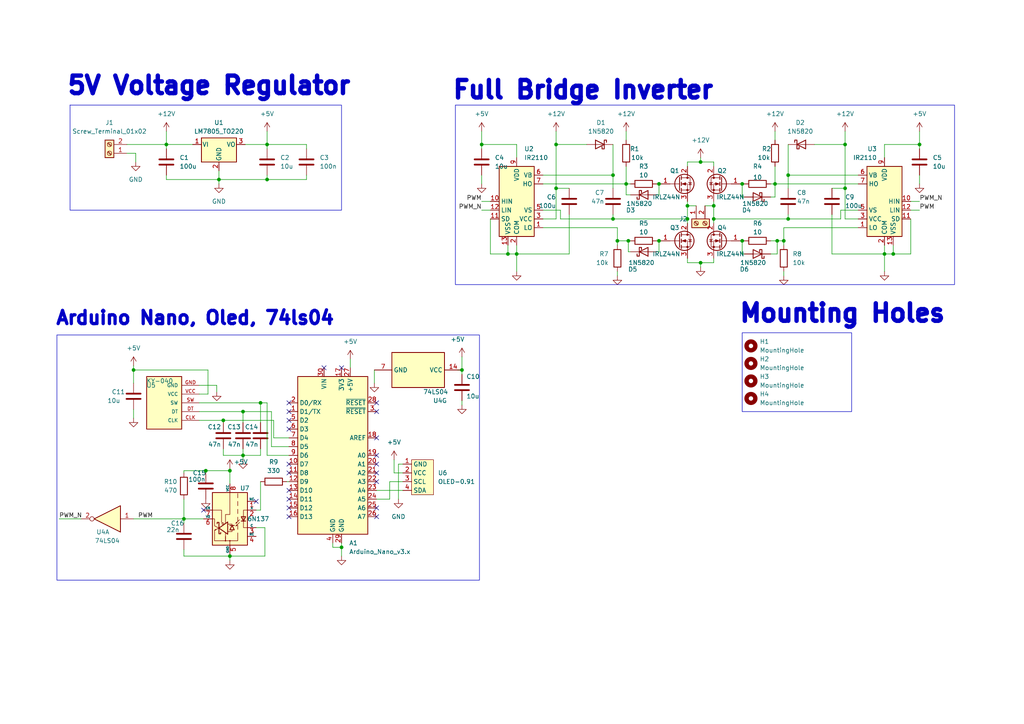
<source format=kicad_sch>
(kicad_sch (version 20231120) (generator "eeschema") (generator_version "8.0")
  (paper "A4")
  (title_block (title "Full Bridge Inverter") (rev "3") (company "Yohanes Stefanus"))
  (lib_symbols
    (symbol "74xx:74LS04"
      (property "Reference" "U" (at 0 1.27 0))
      (property "Value" "74LS04" (at 0 -1.27 0))
      (symbol "74LS04_1_0"
        (polyline (pts (xy -3.81 3.81) (xy -3.81 -3.81) (xy 3.81 0) (xy -3.81 3.81)) (stroke (width 0.254)) (fill (type background)))
        (pin input line (at -7.62 0 0) (length 3.81) (name "~") (number "1"))
        (pin output inverted (at 7.62 0 180) (length 3.81) (name "~") (number "2"))
      )
      (symbol "74LS04_2_0"
        (polyline (pts (xy -3.81 3.81) (xy -3.81 -3.81) (xy 3.81 0) (xy -3.81 3.81)) (stroke (width 0.254)) (fill (type background)))
        (pin input line (at -7.62 0 0) (length 3.81) (name "~") (number "3"))
        (pin output inverted (at 7.62 0 180) (length 3.81) (name "~") (number "4"))
      )
      (symbol "74LS04_3_0"
        (polyline (pts (xy -3.81 3.81) (xy -3.81 -3.81) (xy 3.81 0) (xy -3.81 3.81)) (stroke (width 0.254)) (fill (type background)))
        (pin input line (at -7.62 0 0) (length 3.81) (name "~") (number "5"))
        (pin output inverted (at 7.62 0 180) (length 3.81) (name "~") (number "6"))
      )
      (symbol "74LS04_4_0"
        (polyline (pts (xy -3.81 3.81) (xy -3.81 -3.81) (xy 3.81 0) (xy -3.81 3.81)) (stroke (width 0.254)) (fill (type background)))
        (pin output inverted (at 7.62 0 180) (length 3.81) (name "~") (number "8"))
        (pin input line (at -7.62 0 0) (length 3.81) (name "~") (number "9"))
      )
      (symbol "74LS04_5_0"
        (polyline (pts (xy -3.81 3.81) (xy -3.81 -3.81) (xy 3.81 0) (xy -3.81 3.81)) (stroke (width 0.254)) (fill (type background)))
        (pin output inverted (at 7.62 0 180) (length 3.81) (name "~") (number "10"))
        (pin input line (at -7.62 0 0) (length 3.81) (name "~") (number "11"))
      )
      (symbol "74LS04_6_0"
        (polyline (pts (xy -3.81 3.81) (xy -3.81 -3.81) (xy 3.81 0) (xy -3.81 3.81)) (stroke (width 0.254)) (fill (type background)))
        (pin output inverted (at 7.62 0 180) (length 3.81) (name "~") (number "12"))
        (pin input line (at -7.62 0 0) (length 3.81) (name "~") (number "13"))
      )
      (symbol "74LS04_7_0"
        (pin power_in line (at 0 12.7 270) (length 5.08) (name "VCC") (number "14"))
        (pin power_in line (at 0 -12.7 90) (length 5.08) (name "GND") (number "7"))
      )
      (symbol "74LS04_7_1"
        (rectangle (start -5.08 7.62) (end 5.08 -7.62) (stroke (width 0.254)) (fill (type background)))
      )
    )
    (symbol "Connector:Screw_Terminal_01x02" (pin_names (offset 1.016) hide)
      (property "Reference" "J" (at 0 2.54 0))
      (property "Value" "Screw_Terminal_01x02" (at 0 -5.08 0))
      (symbol "Screw_Terminal_01x02_1_1"
        (rectangle (start -1.27 1.27) (end 1.27 -3.81) (stroke (width 0.254)) (fill (type background)))
        (circle (center 0 -2.54) (radius 0.635) (stroke (width 0.1524)))
        (polyline (pts (xy -0.5334 -2.2098) (xy 0.3302 -3.048)) (stroke (width 0.1524)))
        (polyline (pts (xy -0.5334 0.3302) (xy 0.3302 -0.508)) (stroke (width 0.1524)))
        (polyline (pts (xy -0.3556 -2.032) (xy 0.508 -2.8702)) (stroke (width 0.1524)))
        (polyline (pts (xy -0.3556 0.508) (xy 0.508 -0.3302)) (stroke (width 0.1524)))
        (circle (center 0 0) (radius 0.635) (stroke (width 0.1524)))
        (pin passive line (at -5.08 0 0) (length 3.81) (name "Pin_1") (number "1"))
        (pin passive line (at -5.08 -2.54 0) (length 3.81) (name "Pin_2") (number "2"))
      )
    )
    (symbol "Device:C" (pin_numbers hide) (pin_names (offset 0.254))
      (property "Reference" "C" (at 0.635 2.54 0))
      (property "Value" "C" (at 0.635 -2.54 0))
      (symbol "C_0_1"
        (polyline (pts (xy -2.032 -0.762) (xy 2.032 -0.762)) (stroke (width 0.508)))
        (polyline (pts (xy -2.032 0.762) (xy 2.032 0.762)) (stroke (width 0.508)))
      )
      (symbol "C_1_1"
        (pin passive line (at 0 3.81 270) (length 2.794) (name "~") (number "1"))
        (pin passive line (at 0 -3.81 90) (length 2.794) (name "~") (number "2"))
      )
    )
    (symbol "Device:R" (pin_numbers hide) (pin_names (offset 0))
      (property "Reference" "R" (at 2.032 0 90))
      (property "Value" "R" (at 0 0 90))
      (symbol "R_0_1"
        (rectangle (start -1.016 -2.54) (end 1.016 2.54) (stroke (width 0.254)))
      )
      (symbol "R_1_1"
        (pin passive line (at 0 3.81 270) (length 1.27) (name "~") (number "1"))
        (pin passive line (at 0 -3.81 90) (length 1.27) (name "~") (number "2"))
      )
    )
    (symbol "Diode:1N5820" (pin_numbers hide) (pin_names (offset 1.016) hide)
      (property "Reference" "D" (at 0 2.54 0))
      (property "Value" "1N5820" (at 0 -2.54 0))
      (symbol "1N5820_0_1"
        (polyline (pts (xy 1.27 0) (xy -1.27 0)))
        (polyline (pts (xy 1.27 1.27) (xy 1.27 -1.27) (xy -1.27 0) (xy 1.27 1.27)) (stroke (width 0.254)))
        (polyline (pts (xy -1.905 0.635) (xy -1.905 1.27) (xy -1.27 1.27) (xy -1.27 -1.27) (xy -0.635 -1.27) (xy -0.635 -0.635)) (stroke (width 0.254)))
      )
      (symbol "1N5820_1_1"
        (pin passive line (at -3.81 0 0) (length 2.54) (name "K") (number "1"))
        (pin passive line (at 3.81 0 180) (length 2.54) (name "A") (number "2"))
      )
    )
    (symbol "Driver_FET:IR2110"
      (property "Reference" "U" (at 1.27 13.335 0))
      (property "Value" "IR2110" (at 1.27 11.43 0))
      (symbol "IR2110_0_1"
        (rectangle (start -5.08 -10.16) (end 5.08 10.16) (stroke (width 0.254)) (fill (type background)))
      )
      (symbol "IR2110_1_1"
        (pin output line (at 7.62 -7.62 180) (length 2.54) (name "LO") (number "1"))
        (pin input line (at -7.62 0 0) (length 2.54) (name "HIN") (number "10"))
        (pin input line (at -7.62 -5.08 0) (length 2.54) (name "SD") (number "11"))
        (pin input line (at -7.62 -2.54 0) (length 2.54) (name "LIN") (number "12"))
        (pin power_in line (at -2.54 -12.7 90) (length 2.54) (name "VSS") (number "13"))
        (pin no_connect line (at -5.08 2.54 0) (length 2.54) hide (name "NC") (number "14"))
        (pin power_in line (at 0 -12.7 90) (length 2.54) (name "COM") (number "2"))
        (pin power_in line (at 7.62 -5.08 180) (length 2.54) (name "VCC") (number "3"))
        (pin no_connect line (at -5.08 7.62 0) (length 2.54) hide (name "NC") (number "4"))
        (pin passive line (at 7.62 -2.54 180) (length 2.54) (name "VS") (number "5"))
        (pin passive line (at 7.62 7.62 180) (length 2.54) (name "VB") (number "6"))
        (pin output line (at 7.62 5.08 180) (length 2.54) (name "HO") (number "7"))
        (pin no_connect line (at -5.08 5.08 0) (length 2.54) hide (name "NC") (number "8"))
        (pin power_in line (at 0 12.7 270) (length 2.54) (name "VDD") (number "9"))
      )
    )
    (symbol "Isolator:6N137" (pin_names (offset 0))
      (property "Reference" "U" (at -4.064 8.89 0))
      (property "Value" "6N137" (at 0 -8.89 0))
      (symbol "6N137_0_1"
        (polyline (pts (xy 0 -6.35) (xy -2.286 -6.35) (xy -2.286 -4.064)))
        (polyline (pts (xy -5.08 -2.54) (xy -3.937 -2.54) (xy -3.937 2.54) (xy -5.08 2.54)))
        (polyline (pts (xy 1.27 -5.08) (xy 1.27 -6.35) (xy 0 -6.35) (xy 0 -7.62)))
        (polyline (pts (xy 3.175 -2.667) (xy 0.635 -4.445) (xy 0.635 -0.889) (xy 3.175 -2.667)) (stroke (width 0.254)))
        (polyline (pts (xy -2.794 -1.016) (xy -1.717 -2.093) (xy -2.076 -1.914) (xy -1.896 -1.734) (xy -1.717 -2.093)))
        (polyline (pts (xy -2.794 -0.254) (xy -1.717 -1.331) (xy -2.076 -1.152) (xy -1.896 -0.972) (xy -1.717 -1.331)))
      )
      (symbol "6N137_1_1"
        (rectangle (start -5.08 7.62) (end 5.08 -7.62) (stroke (width 0.254)) (fill (type background)))
        (circle (center 0 -6.35) (radius 0.127) (fill (type outline)))
        (polyline (pts (xy -4.572 -0.635) (xy -3.302 -0.635)) (stroke (width 0.254)))
        (polyline (pts (xy -2.286 -1.778) (xy -2.286 -3.048)))
        (polyline (pts (xy -2.286 0.508) (xy -2.286 -0.762)))
        (polyline (pts (xy -2.286 2.794) (xy -2.286 1.524)))
        (polyline (pts (xy -2.286 5.08) (xy -2.286 3.81)))
        (polyline (pts (xy -2.286 7.366) (xy -2.286 6.096)))
        (polyline (pts (xy -1.27 -1.905) (xy 0 -1.905)) (stroke (width 0.254)))
        (polyline (pts (xy -0.635 -3.302) (xy -0.635 -3.683) (xy 0.635 -3.683)))
        (polyline (pts (xy -0.635 -1.905) (xy -0.635 -1.524) (xy 0.508 -1.524)))
        (polyline (pts (xy 1.27 -4.064) (xy 1.27 -6.35) (xy 4.445 -6.35)))
        (polyline (pts (xy 3.175 -2.667) (xy 4.445 -3.302) (xy 4.445 -6.35)))
        (polyline (pts (xy -3.937 -0.635) (xy -4.572 0.635) (xy -3.302 0.635) (xy -3.937 -0.635)) (stroke (width 0.254)))
        (polyline (pts (xy -0.635 -1.905) (xy -1.27 -3.175) (xy 0 -3.175) (xy -0.635 -1.905)) (stroke (width 0.254)))
        (polyline (pts (xy 1.27 -1.27) (xy 1.27 1.27) (xy 0 1.27) (xy 0 7.62)))
        (polyline (pts (xy 2.1844 -1.1684) (xy 2.413 -0.889) (xy 2.413 2.54) (xy 5.08 2.54)))
        (polyline (pts (xy 3.175 -2.667) (xy 3.175 -4.318) (xy 2.667 -4.318) (xy 2.667 -3.937)) (stroke (width 0.254)))
        (polyline (pts (xy 3.175 -2.667) (xy 3.175 -1.016) (xy 3.683 -1.016) (xy 3.683 -1.397)) (stroke (width 0.254)))
        (polyline (pts (xy 3.175 -2.667) (xy 4.445 -2.032) (xy 4.445 0) (xy 5.08 0)))
        (polyline (pts (xy 4.445 -3.302) (xy 4.161 -3.018) (xy 4.047 -3.246) (xy 4.445 -3.302)) (stroke (width 0.127)) (fill (type outline)))
        (circle (center 1.27 -6.35) (radius 0.127) (fill (type outline)))
        (circle (center 2.032 -1.397) (radius 0.254))
        (pin passive line (at -7.62 5.08 0) (length 2.54) (name "NC") (number "1"))
        (pin passive line (at -7.62 2.54 0) (length 2.54) (name "A") (number "2"))
        (pin passive line (at -7.62 -2.54 0) (length 2.54) (name "C") (number "3"))
        (pin passive line (at -7.62 -5.08 0) (length 2.54) (name "NC") (number "4"))
        (pin power_in line (at 0 -10.16 90) (length 2.54) (name "GND") (number "5"))
        (pin open_collector line (at 7.62 0 180) (length 2.54) (name "VO") (number "6"))
        (pin input line (at 7.62 2.54 180) (length 2.54) (name "EN") (number "7"))
        (pin power_in line (at 0 10.16 270) (length 2.54) (name "VCC") (number "8"))
      )
    )
    (symbol "KY-040:KY-040" (pin_names (offset 1.016))
      (property "Reference" "U" (at -5.08 10.16 0))
      (property "Value" "KY-040" (at -5.08 -12.7 0))
      (symbol "KY-040_0_0"
        (rectangle (start -5.08 -7.62) (end 5.08 7.62) (stroke (width 0.254)) (fill (type background)))
        (pin output line (at -10.16 5.08 0) (length 5.08) (name "CLK") (number "CLK"))
        (pin output line (at -10.16 2.54 0) (length 5.08) (name "DT") (number "DT"))
        (pin power_in line (at -10.16 -5.08 0) (length 5.08) (name "GND") (number "GND"))
        (pin output line (at -10.16 0 0) (length 5.08) (name "SW") (number "SW"))
        (pin power_in line (at -10.16 -2.54 0) (length 5.08) (name "VCC") (number "VCC"))
      )
    )
    (symbol "MCU_Module:Arduino_Nano_v3.x"
      (property "Reference" "A" (at -10.16 23.495 0))
      (property "Value" "Arduino_Nano_v3.x" (at 5.08 -24.13 0))
      (symbol "Arduino_Nano_v3.x_0_1"
        (rectangle (start -10.16 22.86) (end 10.16 -22.86) (stroke (width 0.254)) (fill (type background)))
      )
      (symbol "Arduino_Nano_v3.x_1_1"
        (pin bidirectional line (at -12.7 12.7 0) (length 2.54) (name "D1/TX") (number "1"))
        (pin bidirectional line (at -12.7 -2.54 0) (length 2.54) (name "D7") (number "10"))
        (pin bidirectional line (at -12.7 -5.08 0) (length 2.54) (name "D8") (number "11"))
        (pin bidirectional line (at -12.7 -7.62 0) (length 2.54) (name "D9") (number "12"))
        (pin bidirectional line (at -12.7 -10.16 0) (length 2.54) (name "D10") (number "13"))
        (pin bidirectional line (at -12.7 -12.7 0) (length 2.54) (name "D11") (number "14"))
        (pin bidirectional line (at -12.7 -15.24 0) (length 2.54) (name "D12") (number "15"))
        (pin bidirectional line (at -12.7 -17.78 0) (length 2.54) (name "D13") (number "16"))
        (pin power_out line (at 2.54 25.4 270) (length 2.54) (name "3V3") (number "17"))
        (pin input line (at 12.7 5.08 180) (length 2.54) (name "AREF") (number "18"))
        (pin bidirectional line (at 12.7 0 180) (length 2.54) (name "A0") (number "19"))
        (pin bidirectional line (at -12.7 15.24 0) (length 2.54) (name "D0/RX") (number "2"))
        (pin bidirectional line (at 12.7 -2.54 180) (length 2.54) (name "A1") (number "20"))
        (pin bidirectional line (at 12.7 -5.08 180) (length 2.54) (name "A2") (number "21"))
        (pin bidirectional line (at 12.7 -7.62 180) (length 2.54) (name "A3") (number "22"))
        (pin bidirectional line (at 12.7 -10.16 180) (length 2.54) (name "A4") (number "23"))
        (pin bidirectional line (at 12.7 -12.7 180) (length 2.54) (name "A5") (number "24"))
        (pin bidirectional line (at 12.7 -15.24 180) (length 2.54) (name "A6") (number "25"))
        (pin bidirectional line (at 12.7 -17.78 180) (length 2.54) (name "A7") (number "26"))
        (pin power_out line (at 5.08 25.4 270) (length 2.54) (name "+5V") (number "27"))
        (pin input line (at 12.7 15.24 180) (length 2.54) (name "~{RESET}") (number "28"))
        (pin power_in line (at 2.54 -25.4 90) (length 2.54) (name "GND") (number "29"))
        (pin input line (at 12.7 12.7 180) (length 2.54) (name "~{RESET}") (number "3"))
        (pin power_in line (at -2.54 25.4 270) (length 2.54) (name "VIN") (number "30"))
        (pin power_in line (at 0 -25.4 90) (length 2.54) (name "GND") (number "4"))
        (pin bidirectional line (at -12.7 10.16 0) (length 2.54) (name "D2") (number "5"))
        (pin bidirectional line (at -12.7 7.62 0) (length 2.54) (name "D3") (number "6"))
        (pin bidirectional line (at -12.7 5.08 0) (length 2.54) (name "D4") (number "7"))
        (pin bidirectional line (at -12.7 2.54 0) (length 2.54) (name "D5") (number "8"))
        (pin bidirectional line (at -12.7 0 0) (length 2.54) (name "D6") (number "9"))
      )
    )
    (symbol "Mechanical:MountingHole" (pin_names (offset 1.016))
      (property "Reference" "H" (at 0 5.08 0))
      (property "Value" "MountingHole" (at 0 3.175 0))
      (symbol "MountingHole_0_1"
        (circle (center 0 0) (radius 1.27) (stroke (width 1.27)))
      )
    )
    (symbol "Regulator_Linear:LM7805_TO220" (pin_names (offset 0.254))
      (property "Reference" "U" (at -3.81 3.175 0))
      (property "Value" "LM7805_TO220" (at 0 3.175 0))
      (symbol "LM7805_TO220_0_1"
        (rectangle (start -5.08 1.905) (end 5.08 -5.08) (stroke (width 0.254)) (fill (type background)))
      )
      (symbol "LM7805_TO220_1_1"
        (pin power_in line (at -7.62 0 0) (length 2.54) (name "VI") (number "1"))
        (pin power_in line (at 0 -7.62 90) (length 2.54) (name "GND") (number "2"))
        (pin power_out line (at 7.62 0 180) (length 2.54) (name "VO") (number "3"))
      )
    )
    (symbol "SSD1306-0.91-OLED-4pin-128x32:OLED-0.91"
      (property "Reference" "U?" (at -5.08 1.27 0))
      (property "Value" "OLED-0.91" (at -1.27 3.81 0))
      (symbol "OLED-0.91_1_1"
        (rectangle (start -6.35 0) (end 0 -10.16) (fill (type background)))
        (pin bidirectional line (at -8.89 -1.27 0) (length 2.54) (name "GND") (number "1"))
        (pin bidirectional line (at -8.89 -3.81 0) (length 2.54) (name "VCC") (number "2"))
        (pin bidirectional line (at -8.89 -6.35 0) (length 2.54) (name "SCL") (number "3"))
        (pin bidirectional line (at -8.89 -8.89 0) (length 2.54) (name "SDA") (number "4"))
      )
    )
    (symbol "Transistor_FET:IRLZ44N" (pin_names hide)
      (property "Reference" "Q" (at 5.08 1.905 0))
      (property "Value" "IRLZ44N" (at 5.08 0 0))
      (symbol "IRLZ44N_0_1"
        (polyline (pts (xy 0.254 0) (xy -2.54 0)))
        (polyline (pts (xy 0.254 1.905) (xy 0.254 -1.905)) (stroke (width 0.254)))
        (polyline (pts (xy 0.762 -1.27) (xy 0.762 -2.286)) (stroke (width 0.254)))
        (polyline (pts (xy 0.762 0.508) (xy 0.762 -0.508)) (stroke (width 0.254)))
        (polyline (pts (xy 0.762 2.286) (xy 0.762 1.27)) (stroke (width 0.254)))
        (polyline (pts (xy 2.54 2.54) (xy 2.54 1.778)))
        (polyline (pts (xy 2.54 -2.54) (xy 2.54 0) (xy 0.762 0)))
        (polyline (pts (xy 0.762 -1.778) (xy 3.302 -1.778) (xy 3.302 1.778) (xy 0.762 1.778)))
        (polyline (pts (xy 1.016 0) (xy 2.032 0.381) (xy 2.032 -0.381) (xy 1.016 0)) (fill (type outline)))
        (polyline (pts (xy 2.794 0.508) (xy 2.921 0.381) (xy 3.683 0.381) (xy 3.81 0.254)))
        (polyline (pts (xy 3.302 0.381) (xy 2.921 -0.254) (xy 3.683 -0.254) (xy 3.302 0.381)))
        (circle (center 1.651 0) (radius 2.794) (stroke (width 0.254)))
        (circle (center 2.54 -1.778) (radius 0.254) (fill (type outline)))
        (circle (center 2.54 1.778) (radius 0.254) (fill (type outline)))
      )
      (symbol "IRLZ44N_1_1"
        (pin input line (at -5.08 0 0) (length 2.54) (name "G") (number "1"))
        (pin passive line (at 2.54 5.08 270) (length 2.54) (name "D") (number "2"))
        (pin passive line (at 2.54 -5.08 90) (length 2.54) (name "S") (number "3"))
      )
    )
    (symbol "power:+12V" (power) (pin_names (offset 0))
      (property "Value" "+12V" (at 0 3.556 0))
      (symbol "+12V_0_1"
        (polyline (pts (xy -0.762 1.27) (xy 0 2.54)))
        (polyline (pts (xy 0 0) (xy 0 2.54)))
        (polyline (pts (xy 0 2.54) (xy 0.762 1.27)))
      )
      (symbol "+12V_1_1"
        (pin power_in line (at 0 0 90) (length 0) hide (name "+12V") (number "1"))
      )
    )
    (symbol "power:+5V" (power) (pin_names (offset 0))
      (property "Value" "+5V" (at 0 3.556 0))
      (symbol "+5V_0_1"
        (polyline (pts (xy -0.762 1.27) (xy 0 2.54)))
        (polyline (pts (xy 0 0) (xy 0 2.54)))
        (polyline (pts (xy 0 2.54) (xy 0.762 1.27)))
      )
      (symbol "+5V_1_1"
        (pin power_in line (at 0 0 90) (length 0) hide (name "+5V") (number "1"))
      )
    )
    (symbol "power:GND" (power) (pin_names (offset 0))
      (property "Value" "GND" (at 0 -3.81 0))
      (symbol "GND_0_1"
        (polyline (pts (xy 0 0) (xy 0 -1.27) (xy 1.27 -1.27) (xy 0 -2.54) (xy -1.27 -1.27) (xy 0 -1.27)))
      )
      (symbol "GND_1_1"
        (pin power_in line (at 0 0 270) (length 0) hide (name "GND") (number "1"))
      )
    )
  )
  (junction (at 245.11 54.61))
  (junction (at 203.2 46.99))
  (junction (at 66.675 161.29))
  (junction (at 77.47 52.07))
  (junction (at 70.485 119.38))
  (junction (at 59.69 136.525))
  (junction (at 48.26 41.91))
  (junction (at 227.33 69.85))
  (junction (at 181.61 53.34))
  (junction (at 203.2 76.2))
  (junction (at 161.29 41.91))
  (junction (at 228.6 63.5))
  (junction (at 177.8 50.8))
  (junction (at 77.47 41.91))
  (junction (at 70.485 132.08))
  (junction (at 139.7 41.91))
  (junction (at 259.08 73.66))
  (junction (at 228.6 50.8))
  (junction (at 225.425 69.85))
  (junction (at 147.32 73.66))
  (junction (at 53.34 150.495))
  (junction (at 191.135 69.85))
  (junction (at 207.01 59.69))
  (junction (at 177.8 63.5))
  (junction (at 66.675 136.525))
  (junction (at 99.06 158.75))
  (junction (at 182.245 69.85))
  (junction (at 75.565 116.84))
  (junction (at 63.5 52.07))
  (junction (at 149.86 73.66))
  (junction (at 224.79 53.34))
  (junction (at 266.7 41.91))
  (junction (at 207.01 63.5))
  (junction (at 199.39 63.5))
  (junction (at 256.54 73.66))
  (junction (at 215.265 53.34))
  (junction (at 64.77 121.92))
  (junction (at 179.07 69.85))
  (junction (at 38.735 107.315))
  (junction (at 245.11 41.91))
  (junction (at 133.985 107.315))
  (junction (at 199.39 59.69))
  (junction (at 161.29 54.61))
  (junction (at 215.265 69.85))
  (junction (at 191.135 53.34))
  (no_connect (at 109.22 139.7))
  (no_connect (at 109.22 137.16))
  (no_connect (at 99.06 106.68))
  (no_connect (at 83.82 134.62))
  (no_connect (at 109.22 149.86))
  (no_connect (at 109.22 134.62))
  (no_connect (at 83.82 147.32))
  (no_connect (at 59.055 147.955))
  (no_connect (at 83.82 124.46))
  (no_connect (at 109.22 132.08))
  (no_connect (at 83.82 119.38))
  (no_connect (at 109.22 119.38))
  (no_connect (at 83.82 137.16))
  (no_connect (at 83.82 142.24))
  (no_connect (at 83.82 116.84))
  (no_connect (at 83.82 144.78))
  (no_connect (at 109.22 116.84))
  (no_connect (at 74.295 145.415))
  (no_connect (at 83.82 121.92))
  (no_connect (at 83.82 149.86))
  (no_connect (at 93.98 106.68))
  (no_connect (at 109.22 147.32))
  (no_connect (at 109.22 127))
  (wire (pts (xy 182.245 69.85) (xy 179.07 69.85)))
  (wire (pts (xy 142.24 60.96) (xy 139.7 60.96)))
  (wire (pts (xy 177.8 50.8) (xy 177.8 54.61)))
  (wire (pts (xy 256.54 41.91) (xy 266.7 41.91)))
  (wire (pts (xy 177.8 50.8) (xy 157.48 50.8)))
  (wire (pts (xy 199.39 59.69) (xy 199.39 63.5)))
  (wire (pts (xy 223.52 73.66) (xy 225.425 73.66)))
  (wire (pts (xy 70.485 132.08) (xy 70.485 133.35)))
  (wire (pts (xy 132.715 107.315) (xy 133.985 107.315)))
  (wire (pts (xy 48.26 50.8) (xy 48.26 52.07)))
  (wire (pts (xy 149.86 41.91) (xy 139.7 41.91)))
  (wire (pts (xy 48.26 52.07) (xy 63.5 52.07)))
  (wire (pts (xy 207.01 74.93) (xy 207.01 76.2)))
  (wire (pts (xy 114.3 133.35) (xy 114.3 137.16)))
  (wire (pts (xy 78.74 129.54) (xy 83.82 129.54)))
  (wire (pts (xy 199.39 48.26) (xy 199.39 46.99)))
  (wire (pts (xy 83.185 139.7) (xy 83.82 139.7)))
  (wire (pts (xy 142.24 73.66) (xy 147.32 73.66)))
  (wire (pts (xy 225.425 73.66) (xy 225.425 69.85)))
  (wire (pts (xy 241.3 73.66) (xy 256.54 73.66)))
  (wire (pts (xy 215.265 53.34) (xy 215.9 53.34)))
  (wire (pts (xy 199.39 58.42) (xy 199.39 59.69)))
  (wire (pts (xy 215.265 73.66) (xy 215.265 69.85)))
  (wire (pts (xy 63.5 52.07) (xy 63.5 53.34)))
  (wire (pts (xy 74.295 153.035) (xy 76.835 153.035)))
  (wire (pts (xy 165.1 73.66) (xy 149.86 73.66)))
  (wire (pts (xy 191.135 53.34) (xy 191.135 56.515)))
  (wire (pts (xy 161.29 38.1) (xy 161.29 41.91)))
  (wire (pts (xy 147.32 71.12) (xy 147.32 73.66)))
  (wire (pts (xy 161.29 41.91) (xy 161.29 54.61)))
  (wire (pts (xy 228.6 41.91) (xy 228.6 50.8)))
  (wire (pts (xy 199.39 63.5) (xy 177.8 63.5)))
  (wire (pts (xy 199.39 74.93) (xy 199.39 76.2)))
  (wire (pts (xy 139.7 43.18) (xy 139.7 41.91)))
  (wire (pts (xy 264.16 60.96) (xy 266.7 60.96)))
  (wire (pts (xy 256.54 41.91) (xy 256.54 45.72)))
  (wire (pts (xy 256.54 71.12) (xy 256.54 73.66)))
  (wire (pts (xy 75.565 132.08) (xy 70.485 132.08)))
  (wire (pts (xy 63.5 49.53) (xy 63.5 52.07)))
  (wire (pts (xy 57.785 121.92) (xy 64.77 121.92)))
  (wire (pts (xy 83.82 132.08) (xy 77.47 132.08)))
  (wire (pts (xy 71.12 41.91) (xy 77.47 41.91)))
  (wire (pts (xy 70.485 119.38) (xy 78.74 119.38)))
  (wire (pts (xy 236.22 41.91) (xy 245.11 41.91)))
  (wire (pts (xy 149.86 41.91) (xy 149.86 45.72)))
  (wire (pts (xy 133.985 103.505) (xy 133.985 107.315)))
  (wire (pts (xy 99.06 158.75) (xy 99.06 161.29)))
  (wire (pts (xy 214.63 69.85) (xy 215.265 69.85)))
  (wire (pts (xy 75.565 130.175) (xy 75.565 132.08)))
  (wire (pts (xy 133.985 116.205) (xy 133.985 117.475)))
  (wire (pts (xy 109.22 142.24) (xy 116.84 142.24)))
  (wire (pts (xy 199.39 46.99) (xy 203.2 46.99)))
  (wire (pts (xy 179.07 71.12) (xy 179.07 69.85)))
  (wire (pts (xy 256.54 73.66) (xy 256.54 78.74)))
  (wire (pts (xy 149.86 71.12) (xy 149.86 73.66)))
  (wire (pts (xy 139.7 38.1) (xy 139.7 41.91)))
  (wire (pts (xy 53.34 137.16) (xy 53.34 136.525)))
  (wire (pts (xy 88.9 43.18) (xy 88.9 41.91)))
  (wire (pts (xy 38.735 106.045) (xy 38.735 107.315)))
  (wire (pts (xy 199.39 59.69) (xy 201.93 59.69)))
  (wire (pts (xy 215.9 73.66) (xy 215.265 73.66)))
  (wire (pts (xy 215.9 57.15) (xy 215.265 57.15)))
  (wire (pts (xy 36.83 41.91) (xy 48.26 41.91)))
  (wire (pts (xy 76.835 153.035) (xy 76.835 161.29)))
  (wire (pts (xy 77.47 41.91) (xy 77.47 43.18)))
  (wire (pts (xy 79.375 127) (xy 79.375 121.92)))
  (wire (pts (xy 77.47 41.91) (xy 88.9 41.91)))
  (wire (pts (xy 170.18 41.91) (xy 161.29 41.91)))
  (wire (pts (xy 191.135 73.025) (xy 191.135 69.85)))
  (wire (pts (xy 48.26 38.1) (xy 48.26 41.91)))
  (wire (pts (xy 264.16 63.5) (xy 264.16 73.66)))
  (wire (pts (xy 203.2 45.72) (xy 203.2 46.99)))
  (wire (pts (xy 243.84 60.96) (xy 243.84 63.5)))
  (wire (pts (xy 83.82 127) (xy 79.375 127)))
  (wire (pts (xy 215.265 69.85) (xy 215.9 69.85)))
  (wire (pts (xy 70.485 122.555) (xy 70.485 119.38)))
  (wire (pts (xy 38.735 150.495) (xy 53.34 150.495)))
  (wire (pts (xy 48.26 43.18) (xy 48.26 41.91)))
  (wire (pts (xy 182.88 69.85) (xy 182.245 69.85)))
  (wire (pts (xy 207.01 58.42) (xy 207.01 59.69)))
  (wire (pts (xy 207.01 46.99) (xy 207.01 48.26)))
  (wire (pts (xy 48.26 41.91) (xy 55.88 41.91)))
  (wire (pts (xy 259.08 71.12) (xy 259.08 73.66)))
  (wire (pts (xy 53.34 150.495) (xy 53.34 151.765)))
  (wire (pts (xy 77.47 116.84) (xy 75.565 116.84)))
  (wire (pts (xy 182.88 73.025) (xy 182.245 73.025)))
  (wire (pts (xy 227.33 66.04) (xy 248.92 66.04)))
  (wire (pts (xy 248.92 63.5) (xy 245.11 63.5)))
  (wire (pts (xy 182.88 56.515) (xy 181.61 56.515)))
  (wire (pts (xy 38.735 118.745) (xy 38.735 121.285)))
  (wire (pts (xy 162.56 63.5) (xy 177.8 63.5)))
  (wire (pts (xy 66.675 135.89) (xy 66.675 136.525)))
  (wire (pts (xy 191.77 69.85) (xy 191.135 69.85)))
  (wire (pts (xy 179.07 69.85) (xy 179.07 66.04)))
  (wire (pts (xy 223.52 69.85) (xy 225.425 69.85)))
  (wire (pts (xy 224.79 53.34) (xy 248.92 53.34)))
  (wire (pts (xy 214.63 53.34) (xy 215.265 53.34)))
  (wire (pts (xy 88.9 50.8) (xy 88.9 52.07)))
  (wire (pts (xy 224.79 48.26) (xy 224.79 53.34)))
  (wire (pts (xy 70.485 130.175) (xy 70.485 132.08)))
  (wire (pts (xy 224.79 57.15) (xy 224.79 53.34)))
  (wire (pts (xy 139.7 50.8) (xy 139.7 53.34)))
  (wire (pts (xy 264.16 58.42) (xy 266.7 58.42)))
  (wire (pts (xy 215.265 57.15) (xy 215.265 53.34)))
  (wire (pts (xy 96.52 157.48) (xy 96.52 158.75)))
  (wire (pts (xy 165.1 54.61) (xy 161.29 54.61)))
  (wire (pts (xy 203.2 46.99) (xy 207.01 46.99)))
  (wire (pts (xy 157.48 63.5) (xy 161.29 63.5)))
  (wire (pts (xy 157.48 60.96) (xy 162.56 60.96)))
  (wire (pts (xy 77.47 52.07) (xy 88.9 52.07)))
  (wire (pts (xy 75.565 122.555) (xy 75.565 116.84)))
  (wire (pts (xy 101.6 104.14) (xy 101.6 106.68)))
  (wire (pts (xy 17.145 150.495) (xy 23.495 150.495)))
  (wire (pts (xy 64.77 132.08) (xy 64.77 130.175)))
  (wire (pts (xy 78.74 119.38) (xy 78.74 129.54)))
  (wire (pts (xy 181.61 56.515) (xy 181.61 53.34)))
  (wire (pts (xy 142.24 63.5) (xy 142.24 73.66)))
  (wire (pts (xy 207.01 63.5) (xy 228.6 63.5)))
  (wire (pts (xy 243.84 63.5) (xy 228.6 63.5)))
  (wire (pts (xy 113.03 139.7) (xy 113.03 144.78)))
  (wire (pts (xy 204.47 59.69) (xy 207.01 59.69)))
  (wire (pts (xy 182.245 73.025) (xy 182.245 69.85)))
  (wire (pts (xy 162.56 60.96) (xy 162.56 63.5)))
  (wire (pts (xy 266.7 43.18) (xy 266.7 41.91)))
  (wire (pts (xy 266.7 50.8) (xy 266.7 53.34)))
  (wire (pts (xy 108.585 107.315) (xy 108.585 111.125)))
  (wire (pts (xy 59.69 136.525) (xy 59.69 137.16)))
  (wire (pts (xy 66.675 136.525) (xy 66.675 140.335)))
  (wire (pts (xy 181.61 53.34) (xy 157.48 53.34)))
  (wire (pts (xy 75.565 139.7) (xy 75.565 147.955)))
  (wire (pts (xy 77.47 38.1) (xy 77.47 41.91)))
  (wire (pts (xy 228.6 63.5) (xy 228.6 62.23)))
  (wire (pts (xy 224.79 38.1) (xy 224.79 40.64)))
  (wire (pts (xy 161.29 54.61) (xy 161.29 63.5)))
  (wire (pts (xy 70.485 132.08) (xy 64.77 132.08)))
  (wire (pts (xy 133.985 108.585) (xy 133.985 107.315)))
  (wire (pts (xy 245.11 41.91) (xy 245.11 54.61)))
  (wire (pts (xy 116.84 139.7) (xy 113.03 139.7)))
  (wire (pts (xy 241.3 62.23) (xy 241.3 73.66)))
  (wire (pts (xy 266.7 38.1) (xy 266.7 41.91)))
  (wire (pts (xy 53.34 136.525) (xy 59.69 136.525)))
  (wire (pts (xy 190.5 56.515) (xy 191.135 56.515)))
  (wire (pts (xy 228.6 50.8) (xy 248.92 50.8)))
  (wire (pts (xy 182.88 53.34) (xy 181.61 53.34)))
  (wire (pts (xy 36.83 44.45) (xy 39.37 44.45)))
  (wire (pts (xy 53.34 159.385) (xy 53.34 161.29)))
  (wire (pts (xy 63.5 52.07) (xy 77.47 52.07)))
  (wire (pts (xy 66.675 161.29) (xy 66.675 162.56)))
  (wire (pts (xy 62.865 111.76) (xy 62.865 113.665)))
  (wire (pts (xy 57.785 114.3) (xy 60.325 114.3)))
  (wire (pts (xy 181.61 38.1) (xy 181.61 40.64)))
  (wire (pts (xy 165.1 62.23) (xy 165.1 73.66)))
  (wire (pts (xy 57.785 111.76) (xy 62.865 111.76)))
  (wire (pts (xy 75.565 147.955) (xy 74.295 147.955)))
  (wire (pts (xy 227.33 69.85) (xy 227.33 66.04)))
  (wire (pts (xy 191.135 53.34) (xy 190.5 53.34)))
  (wire (pts (xy 227.33 78.74) (xy 227.33 80.01)))
  (wire (pts (xy 264.16 73.66) (xy 259.08 73.66)))
  (wire (pts (xy 191.77 53.34) (xy 191.135 53.34)))
  (wire (pts (xy 66.675 160.655) (xy 66.675 161.29)))
  (wire (pts (xy 259.08 73.66) (xy 256.54 73.66)))
  (wire (pts (xy 225.425 69.85) (xy 227.33 69.85)))
  (wire (pts (xy 179.07 66.04) (xy 157.48 66.04)))
  (wire (pts (xy 248.92 60.96) (xy 243.84 60.96)))
  (wire (pts (xy 116.84 137.16) (xy 114.3 137.16)))
  (wire (pts (xy 38.735 107.315) (xy 38.735 111.125)))
  (wire (pts (xy 53.34 144.78) (xy 53.34 150.495)))
  (wire (pts (xy 228.6 50.8) (xy 228.6 54.61)))
  (wire (pts (xy 223.52 57.15) (xy 224.79 57.15)))
  (wire (pts (xy 207.01 63.5) (xy 207.01 64.77)))
  (wire (pts (xy 142.24 58.42) (xy 139.7 58.42)))
  (wire (pts (xy 203.2 76.2) (xy 203.2 77.47)))
  (wire (pts (xy 64.77 121.92) (xy 64.77 122.555)))
  (wire (pts (xy 53.34 150.495) (xy 59.055 150.495)))
  (wire (pts (xy 245.11 38.1) (xy 245.11 41.91)))
  (wire (pts (xy 179.07 78.74) (xy 179.07 80.01)))
  (wire (pts (xy 60.325 107.315) (xy 60.325 114.3)))
  (wire (pts (xy 223.52 53.34) (xy 224.79 53.34)))
  (wire (pts (xy 77.47 116.84) (xy 77.47 132.08)))
  (wire (pts (xy 57.785 116.84) (xy 75.565 116.84)))
  (wire (pts (xy 77.47 50.8) (xy 77.47 52.07)))
  (wire (pts (xy 207.01 59.69) (xy 207.01 63.5)))
  (wire (pts (xy 199.39 63.5) (xy 199.39 64.77)))
  (wire (pts (xy 38.735 107.315) (xy 60.325 107.315)))
  (wire (pts (xy 59.69 136.525) (xy 66.675 136.525)))
  (wire (pts (xy 241.3 54.61) (xy 245.11 54.61)))
  (wire (pts (xy 39.37 44.45) (xy 39.37 46.99)))
  (wire (pts (xy 199.39 76.2) (xy 203.2 76.2)))
  (wire (pts (xy 245.11 54.61) (xy 245.11 63.5)))
  (wire (pts (xy 191.135 69.85) (xy 190.5 69.85)))
  (wire (pts (xy 181.61 48.26) (xy 181.61 53.34)))
  (wire (pts (xy 147.32 73.66) (xy 149.86 73.66)))
  (wire (pts (xy 109.22 144.78) (xy 113.03 144.78)))
  (wire (pts (xy 116.84 134.62) (xy 115.57 134.62)))
  (wire (pts (xy 79.375 121.92) (xy 64.77 121.92)))
  (wire (pts (xy 203.2 76.2) (xy 207.01 76.2)))
  (wire (pts (xy 57.785 119.38) (xy 70.485 119.38)))
  (wire (pts (xy 96.52 158.75) (xy 99.06 158.75)))
  (wire (pts (xy 115.57 134.62) (xy 115.57 144.78)))
  (wire (pts (xy 149.86 73.66) (xy 149.86 78.74)))
  (wire (pts (xy 227.33 71.12) (xy 227.33 69.85)))
  (wire (pts (xy 53.34 161.29) (xy 66.675 161.29)))
  (wire (pts (xy 66.675 161.29) (xy 76.835 161.29)))
  (wire (pts (xy 177.8 41.91) (xy 177.8 50.8)))
  (wire (pts (xy 99.06 157.48) (xy 99.06 158.75)))
  (wire (pts (xy 177.8 63.5) (xy 177.8 62.23)))
  (wire (pts (xy 190.5 73.025) (xy 191.135 73.025)))
  (rectangle (start 215.265 96.52) (end 247.015 119.38))
  (rectangle (start 20.32 30.48) (end 20.32 30.48))
  (rectangle (start 132.08 30.48) (end 276.86 82.55))
  (rectangle (start 16.51 97.155) (end 139.065 168.275))
  (rectangle (start 20.32 30.48) (end 99.06 60.96))
  (text "Arduino Nano, Oled, 74ls04" (at 15.875 94.615 0) (effects (font (size 3.81 3.81) (thickness 1.524) (bold yes)) (justify left bottom)))
  (text "Full Bridge Inverter" (at 130.81 29.21 0) (effects (font (size 5.08 5.08) (thickness 1.524) (bold yes)) (justify left bottom)))
  (text "Mounting Holes" (at 213.995 93.98 0) (effects (font (size 5.08 5.08) (thickness 1.524) (bold yes)) (justify left bottom)))
  (text "5V Voltage Regulator" (at 19.05 27.94 0) (effects (font (size 5.08 5.08) (thickness 1.524) (bold yes)) (justify left bottom)))
  (label "PWM_N" (at 139.7 60.96 180))
  (label "PWM_N" (at 17.145 150.495 0))
  (label "PWM" (at 139.7 58.42 180))
  (label "PWM" (at 40.005 150.495 0))
  (label "PWM_N" (at 266.7 58.42 0))
  (label "PWM" (at 266.7 60.96 0))
  (symbol (lib_id "74xx:74LS04") (at 121.285 107.315 270) (unit 7)
    (property "Reference" "U4" (at 127.635 116.205 90))
    (property "Value" "74LS04" (at 126.365 113.665 90))
    (property "Footprint" "Package_DIP:DIP-14_W7.62mm_Socket_LongPads" (effects (hide yes)))
    (property "Datasheet" "http://www.ti.com/lit/gpn/sn74LS04" (effects (hide yes)))
  )
  (symbol (lib_id "Regulator_Linear:LM7805_TO220") (at 63.5 41.91 0) (unit 1)
    (property "Reference" "U1" (at 63.5 35.56 0))
    (property "Value" "LM7805_TO220" (at 63.5 38.1 0))
    (property "Footprint" "Package_TO_SOT_THT:TO-220-3_Vertical" (effects (hide yes)))
    (property "Datasheet" "https://www.onsemi.cn/PowerSolutions/document/MC7800-D.PDF" (effects (hide yes)))
  )
  (symbol (lib_id "Diode:1N5820") (at 219.71 57.15 180) (unit 1)
    (property "Reference" "D4" (at 216.535 60.96 0))
    (property "Value" "1N5820" (at 219.075 59.055 0))
    (property "Footprint" "Diode_THT:D_DO-201AD_P15.24mm_Horizontal" (effects (hide yes)))
    (property "Datasheet" "http://www.vishay.com/docs/88526/1n5820.pdf" (effects (hide yes)))
  )
  (symbol (lib_id "power:+5V") (at 101.6 104.14 0) (unit 1)
    (property "Reference" "#PWR020" (effects (hide yes)))
    (property "Value" "+5V" (at 101.6 99.06 0))
  )
  (symbol (lib_id "Device:C") (at 241.3 58.42 0) (unit 1)
    (property "Reference" "C9" (at 245.11 57.15 0) (effects (justify left)))
    (property "Value" "100u" (at 245.11 59.69 0) (effects (justify left)))
    (property "Footprint" "Capacitor_THT:C_Radial_D8.0mm_H11.5mm_P3.50mm" (effects (hide yes)))
  )
  (symbol (lib_id "power:+12V") (at 224.79 38.1 0) (unit 1)
    (property "Reference" "#PWR06" (effects (hide yes)))
    (property "Value" "+12V" (at 224.79 33.02 0))
  )
  (symbol (lib_id "Device:C") (at 77.47 46.99 0) (unit 1)
    (property "Reference" "C2" (at 81.28 45.72 0) (effects (justify left)))
    (property "Value" "10u" (at 81.28 48.26 0) (effects (justify left)))
    (property "Footprint" "Capacitor_THT:C_Radial_D5.0mm_H11.0mm_P2.00mm" (effects (hide yes)))
  )
  (symbol (lib_id "Device:C") (at 64.77 126.365 0) (mirror y) (unit 1)
    (property "Reference" "C12" (at 64.135 123.825 0) (effects (justify left)))
    (property "Value" "47n" (at 64.135 128.905 0) (effects (justify left)))
    (property "Footprint" "Capacitor_THT:C_Disc_D4.3mm_W1.9mm_P5.00mm" (effects (hide yes)))
  )
  (symbol (lib_id "Device:C") (at 53.34 155.575 0) (unit 1)
    (property "Reference" "C16" (at 49.53 151.765 0) (effects (justify left)))
    (property "Value" "22n" (at 48.26 153.67 0) (effects (justify left)))
    (property "Footprint" "Capacitor_THT:C_Disc_D4.3mm_W1.9mm_P5.00mm" (effects (hide yes)))
  )
  (symbol (lib_id "Connector:Screw_Terminal_01x02") (at 31.75 44.45 180) (unit 1)
    (property "Reference" "J1" (at 31.75 35.56 0))
    (property "Value" "Screw_Terminal_01x02" (at 31.75 38.1 0))
    (property "Footprint" "HB9500:HB9500" (effects (hide yes)))
  )
  (symbol (lib_id "Device:C") (at 177.8 58.42 0) (mirror y) (unit 1)
    (property "Reference" "C7" (at 175.26 55.88 0) (effects (justify left)))
    (property "Value" "47n" (at 175.26 58.42 0) (effects (justify left)))
    (property "Footprint" "Capacitor_THT:C_Disc_D3.0mm_W1.6mm_P2.50mm" (effects (hide yes)))
  )
  (symbol (lib_id "Device:C") (at 165.1 58.42 0) (mirror y) (unit 1)
    (property "Reference" "C6" (at 161.29 57.15 0) (effects (justify left)))
    (property "Value" "100u" (at 161.29 59.69 0) (effects (justify left)))
    (property "Footprint" "Capacitor_THT:C_Radial_D8.0mm_H11.5mm_P3.50mm" (effects (hide yes)))
  )
  (symbol (lib_id "power:+5V") (at 38.735 106.045 0) (unit 1)
    (property "Reference" "#PWR021" (effects (hide yes)))
    (property "Value" "+5V" (at 38.735 100.965 0))
  )
  (symbol (lib_id "power:GND") (at 227.33 80.01 0) (unit 1)
    (property "Reference" "#PWR018" (effects (hide yes)))
    (property "Value" "GND" (effects (hide yes)))
  )
  (symbol (lib_id "Connector:Screw_Terminal_01x02") (at 201.93 64.77 90) (mirror x) (unit 1)
    (property "Reference" "J2" (at 199.39 63.5 90) (effects (justify left)))
    (property "Value" "Screw_Terminal_01x02" (effects (hide yes)))
    (property "Footprint" "HB9500:HB9500" (effects (hide yes)))
  )
  (symbol (lib_id "power:+5V") (at 114.3 133.35 0) (unit 1)
    (property "Reference" "#PWR027" (effects (hide yes)))
    (property "Value" "+5V" (at 114.3 128.27 0))
  )
  (symbol (lib_id "power:+12V") (at 181.61 38.1 0) (mirror y) (unit 1)
    (property "Reference" "#PWR05" (effects (hide yes)))
    (property "Value" "+12V" (at 181.61 33.02 0))
  )
  (symbol (lib_id "power:GND") (at 133.985 117.475 0) (unit 1)
    (property "Reference" "#PWR024" (effects (hide yes)))
    (property "Value" "GND" (effects (hide yes)))
  )
  (symbol (lib_id "power:GND") (at 66.675 162.56 0) (unit 1)
    (property "Reference" "#PWR032" (effects (hide yes)))
    (property "Value" "GND" (effects (hide yes)))
  )
  (symbol (lib_id "Device:C") (at 228.6 58.42 0) (unit 1)
    (property "Reference" "C8" (at 231.14 55.88 0) (effects (justify left)))
    (property "Value" "47n" (at 231.14 58.42 0) (effects (justify left)))
    (property "Footprint" "Capacitor_THT:C_Disc_D3.0mm_W1.6mm_P2.50mm" (effects (hide yes)))
  )
  (symbol (lib_id "power:GND") (at 266.7 53.34 0) (unit 1)
    (property "Reference" "#PWR013" (effects (hide yes)))
    (property "Value" "GND" (effects (hide yes)))
  )
  (symbol (lib_id "Mechanical:MountingHole") (at 217.805 105.41 0) (unit 1)
    (property "Reference" "H2" (at 220.345 104.14 0) (effects (justify left)))
    (property "Value" "MountingHole" (at 220.345 106.68 0) (effects (justify left)))
    (property "Footprint" "MountingHole:MountingHole_3.2mm_M3_DIN965" (effects (hide yes)))
  )
  (symbol (lib_id "74xx:74LS04") (at 31.115 150.495 180) (unit 1)
    (property "Reference" "U4" (at 29.845 154.305 0))
    (property "Value" "74LS04" (at 31.115 156.845 0))
    (property "Footprint" "Package_DIP:DIP-14_W7.62mm_Socket_LongPads" (effects (hide yes)))
    (property "Datasheet" "http://www.ti.com/lit/gpn/sn74LS04" (effects (hide yes)))
  )
  (symbol (lib_id "Device:C") (at 48.26 46.99 0) (unit 1)
    (property "Reference" "C1" (at 52.07 45.72 0) (effects (justify left)))
    (property "Value" "100u" (at 52.07 48.26 0) (effects (justify left)))
    (property "Footprint" "Capacitor_THT:C_Radial_D8.0mm_H11.5mm_P3.50mm" (effects (hide yes)))
  )
  (symbol (lib_id "Transistor_FET:IRLZ44N") (at 196.85 53.34 0) (unit 1)
    (property "Reference" "Q1" (at 194.31 49.53 0) (effects (justify left)))
    (property "Value" "IRLZ44N" (at 189.23 57.15 0) (effects (justify left)))
    (property "Footprint" "Package_TO_SOT_THT:TO-220-3_Vertical" (effects (hide yes)))
    (property "Datasheet" "http://www.irf.com/product-info/datasheets/data/irlz44n.pdf" (effects (hide yes)))
  )
  (symbol (lib_id "power:+5V") (at 139.7 38.1 0) (mirror y) (unit 1)
    (property "Reference" "#PWR03" (effects (hide yes)))
    (property "Value" "+5V" (at 139.7 33.02 0))
  )
  (symbol (lib_id "Device:R") (at 224.79 44.45 180) (unit 1)
    (property "Reference" "R2" (at 220.98 43.18 0) (effects (justify right)))
    (property "Value" "10k" (at 219.71 45.72 0) (effects (justify right)))
    (property "Footprint" "Resistor_THT:R_Axial_DIN0411_L9.9mm_D3.6mm_P12.70mm_Horizontal" (effects (hide yes)))
  )
  (symbol (lib_id "Isolator:6N137") (at 66.675 150.495 0) (mirror y) (unit 1)
    (property "Reference" "U7" (at 72.39 141.605 0) (effects (justify left)))
    (property "Value" "6N137" (at 78.105 150.495 0) (effects (justify left)))
    (property "Footprint" "Package_DIP:DIP-8_W7.62mm" (effects (hide yes)))
    (property "Datasheet" "https://docs.broadcom.com/docs/AV02-0940EN" (effects (hide yes)))
  )
  (symbol (lib_id "Device:C") (at 38.735 114.935 0) (unit 1)
    (property "Reference" "C11" (at 32.385 113.665 0) (effects (justify left)))
    (property "Value" "10u" (at 31.115 116.205 0) (effects (justify left)))
    (property "Footprint" "Capacitor_THT:C_Radial_D5.0mm_H11.0mm_P2.00mm" (effects (hide yes)))
  )
  (symbol (lib_id "Device:C") (at 70.485 126.365 0) (mirror y) (unit 1)
    (property "Reference" "C13" (at 69.85 123.825 0) (effects (justify left)))
    (property "Value" "47n" (at 69.85 128.905 0) (effects (justify left)))
    (property "Footprint" "Capacitor_THT:C_Disc_D4.3mm_W1.9mm_P5.00mm" (effects (hide yes)))
  )
  (symbol (lib_id "power:GND") (at 63.5 53.34 0) (unit 1)
    (property "Reference" "#PWR011" (effects (hide yes)))
    (property "Value" "GND" (at 63.5 58.42 0))
  )
  (symbol (lib_id "Device:R") (at 219.71 53.34 90) (unit 1)
    (property "Reference" "R4" (at 219.71 48.26 90))
    (property "Value" "10" (at 219.71 51.435 90))
    (property "Footprint" "Resistor_THT:R_Axial_DIN0411_L9.9mm_D3.6mm_P12.70mm_Horizontal" (effects (hide yes)))
  )
  (symbol (lib_id "power:+12V") (at 48.26 38.1 0) (unit 1)
    (property "Reference" "#PWR01" (effects (hide yes)))
    (property "Value" "+12V" (at 48.26 33.02 0))
  )
  (symbol (lib_id "power:GND") (at 203.2 77.47 0) (unit 1)
    (property "Reference" "#PWR014" (effects (hide yes)))
    (property "Value" "GND" (effects (hide yes)))
  )
  (symbol (lib_id "Diode:1N5820") (at 186.69 56.515 0) (mirror x) (unit 1)
    (property "Reference" "D3" (at 182.88 60.96 0))
    (property "Value" "1N5820" (at 185.42 59.055 0))
    (property "Footprint" "Diode_THT:D_DO-201AD_P15.24mm_Horizontal" (effects (hide yes)))
    (property "Datasheet" "http://www.vishay.com/docs/88526/1n5820.pdf" (effects (hide yes)))
  )
  (symbol (lib_id "power:GND") (at 108.585 111.125 0) (unit 1)
    (property "Reference" "#PWR022" (effects (hide yes)))
    (property "Value" "GND" (effects (hide yes)))
  )
  (symbol (lib_id "power:GND") (at 139.7 53.34 0) (mirror y) (unit 1)
    (property "Reference" "#PWR012" (effects (hide yes)))
    (property "Value" "GND" (effects (hide yes)))
  )
  (symbol (lib_id "Device:R") (at 186.69 53.34 270) (mirror x) (unit 1)
    (property "Reference" "R3" (at 186.69 48.26 90))
    (property "Value" "10" (at 186.69 50.8 90))
    (property "Footprint" "Resistor_THT:R_Axial_DIN0411_L9.9mm_D3.6mm_P12.70mm_Horizontal" (effects (hide yes)))
  )
  (symbol (lib_id "Device:R") (at 219.71 69.85 90) (unit 1)
    (property "Reference" "R6" (at 219.71 64.77 90))
    (property "Value" "10" (at 219.71 67.31 90))
    (property "Footprint" "Resistor_THT:R_Axial_DIN0411_L9.9mm_D3.6mm_P12.70mm_Horizontal" (effects (hide yes)))
  )
  (symbol (lib_id "power:GND") (at 38.735 121.285 0) (unit 1)
    (property "Reference" "#PWR025" (effects (hide yes)))
    (property "Value" "GND" (effects (hide yes)))
  )
  (symbol (lib_id "power:+5V") (at 266.7 38.1 0) (unit 1)
    (property "Reference" "#PWR08" (effects (hide yes)))
    (property "Value" "+5V" (at 266.7 33.02 0))
  )
  (symbol (lib_id "power:+5V") (at 133.985 103.505 0) (unit 1)
    (property "Reference" "#PWR019" (effects (hide yes)))
    (property "Value" "+5V" (at 132.715 98.425 0))
  )
  (symbol (lib_id "Mechanical:MountingHole") (at 217.805 100.33 0) (unit 1)
    (property "Reference" "H1" (at 220.345 99.06 0) (effects (justify left)))
    (property "Value" "MountingHole" (at 220.345 101.6 0) (effects (justify left)))
    (property "Footprint" "MountingHole:MountingHole_3.2mm_M3_DIN965" (effects (hide yes)))
  )
  (symbol (lib_id "Device:R") (at 227.33 74.93 180) (unit 1)
    (property "Reference" "R8" (at 229.87 73.66 0) (effects (justify right)))
    (property "Value" "10k" (at 229.87 76.2 0) (effects (justify right)))
    (property "Footprint" "Resistor_THT:R_Axial_DIN0411_L9.9mm_D3.6mm_P12.70mm_Horizontal" (effects (hide yes)))
  )
  (symbol (lib_id "Device:C") (at 133.985 112.395 0) (unit 1)
    (property "Reference" "C10" (at 135.255 109.22 0) (effects (justify left)))
    (property "Value" "10u" (at 135.255 114.935 0) (effects (justify left)))
    (property "Footprint" "Capacitor_THT:C_Radial_D5.0mm_H11.0mm_P2.00mm" (effects (hide yes)))
  )
  (symbol (lib_id "power:GND") (at 115.57 144.78 0) (unit 1)
    (property "Reference" "#PWR030" (effects (hide yes)))
    (property "Value" "GND" (at 115.57 149.86 0))
  )
  (symbol (lib_id "Diode:1N5820") (at 219.71 73.66 180) (unit 1)
    (property "Reference" "D6" (at 215.9 78.105 0))
    (property "Value" "1N5820" (at 218.44 76.2 0))
    (property "Footprint" "Diode_THT:D_DO-201AD_P15.24mm_Horizontal" (effects (hide yes)))
    (property "Datasheet" "http://www.vishay.com/docs/88526/1n5820.pdf" (effects (hide yes)))
  )
  (symbol (lib_id "power:GND") (at 59.69 144.78 0) (unit 1)
    (property "Reference" "#PWR029" (effects (hide yes)))
    (property "Value" "GND" (effects (hide yes)))
  )
  (symbol (lib_id "KY-040:KY-040") (at 47.625 116.84 180) (unit 1)
    (property "Reference" "U5" (at 43.815 111.76 0))
    (property "Value" "KY-040" (at 46.355 110.49 0))
    (property "Footprint" "KY-040:KY-040-PORT" (effects (hide yes)))
    (property "Description" "\nKY-5.0-4P Green(RAL6018/T) ; CONTACT WITH TIN PLATED MARK\n" (effects (hide yes)))
    (property "MF" "Joy-IT" (effects (hide yes)))
    (property "Package" "Package" (effects (hide yes)))
    (property "Price" "None" (effects (hide yes)))
    (property "SnapEDA_Link" "https://www.snapeda.com/parts/KY-040/Joy-IT/view-part/?ref=snap" (effects (hide yes)))
    (property "MP" "KY-040" (effects (hide yes)))
    (property "Availability" "Not in stock" (effects (hide yes)))
    (property "Check_prices" "https://www.snapeda.com/parts/KY-040/Joy-IT/view-part/?ref=eda" (effects (hide yes)))
  )
  (symbol (lib_id "Transistor_FET:IRLZ44N") (at 196.85 69.85 0) (unit 1)
    (property "Reference" "Q3" (at 194.31 66.04 0) (effects (justify left)))
    (property "Value" "IRLZ44N" (at 189.23 73.66 0) (effects (justify left)))
    (property "Footprint" "Package_TO_SOT_THT:TO-220-3_Vertical" (effects (hide yes)))
    (property "Datasheet" "http://www.irf.com/product-info/datasheets/data/irlz44n.pdf" (effects (hide yes)))
  )
  (symbol (lib_id "Mechanical:MountingHole") (at 217.805 115.57 0) (unit 1)
    (property "Reference" "H4" (at 220.345 114.3 0) (effects (justify left)))
    (property "Value" "MountingHole" (at 220.345 116.84 0) (effects (justify left)))
    (property "Footprint" "MountingHole:MountingHole_3.2mm_M3_DIN965" (effects (hide yes)))
  )
  (symbol (lib_id "SSD1306-0.91-OLED-4pin-128x32:OLED-0.91") (at 125.73 133.35 0) (unit 1)
    (property "Reference" "U6" (at 127 137.16 0) (effects (justify left)))
    (property "Value" "OLED-0.91" (at 127 139.7 0) (effects (justify left)))
    (property "Footprint" "KiCad-SSD1306-0.91-OLED-4pin-128x32.pretty-master:SSD1306-0.91-OLED-4pin-128x32" (effects (hide yes)))
  )
  (symbol (lib_id "Device:R") (at 181.61 44.45 0) (mirror x) (unit 1)
    (property "Reference" "R1" (at 185.42 43.18 0) (effects (justify right)))
    (property "Value" "10k" (at 186.69 45.72 0) (effects (justify right)))
    (property "Footprint" "Resistor_THT:R_Axial_DIN0411_L9.9mm_D3.6mm_P12.70mm_Horizontal" (effects (hide yes)))
  )
  (symbol (lib_id "Device:R") (at 53.34 140.97 0) (unit 1)
    (property "Reference" "R10" (at 51.435 139.7 0) (effects (justify right)))
    (property "Value" "470" (at 51.435 142.24 0) (effects (justify right)))
    (property "Footprint" "Resistor_SMD:R_0805_2012Metric" (effects (hide yes)))
  )
  (symbol (lib_id "Device:C") (at 75.565 126.365 0) (mirror y) (unit 1)
    (property "Reference" "C14" (at 74.93 123.825 0) (effects (justify left)))
    (property "Value" "47n" (at 74.93 128.905 0) (effects (justify left)))
    (property "Footprint" "Capacitor_THT:C_Disc_D4.3mm_W1.9mm_P5.00mm" (effects (hide yes)))
  )
  (symbol (lib_id "Device:C") (at 59.69 140.97 0) (unit 1)
    (property "Reference" "C15" (at 55.88 137.16 0) (effects (justify left)))
    (property "Value" "100n" (at 54.61 139.065 0) (effects (justify left)))
    (property "Footprint" "Capacitor_THT:C_Disc_D4.3mm_W1.9mm_P5.00mm" (effects (hide yes)))
  )
  (symbol (lib_id "power:GND") (at 179.07 80.01 0) (mirror y) (unit 1)
    (property "Reference" "#PWR017" (effects (hide yes)))
    (property "Value" "GND" (effects (hide yes)))
  )
  (symbol (lib_id "power:GND") (at 62.865 113.665 0) (unit 1)
    (property "Reference" "#PWR023" (effects (hide yes)))
    (property "Value" "GND" (effects (hide yes)))
  )
  (symbol (lib_id "power:+5V") (at 77.47 38.1 0) (unit 1)
    (property "Reference" "#PWR02" (effects (hide yes)))
    (property "Value" "+5V" (at 77.47 33.02 0))
  )
  (symbol (lib_id "Transistor_FET:IRLZ44N") (at 209.55 53.34 0) (mirror y) (unit 1)
    (property "Reference" "Q2" (at 210.82 49.53 0) (effects (justify left)))
    (property "Value" "IRLZ44N" (at 215.9 57.15 0) (effects (justify left)))
    (property "Footprint" "Package_TO_SOT_THT:TO-220-3_Vertical" (effects (hide yes)))
    (property "Datasheet" "http://www.irf.com/product-info/datasheets/data/irlz44n.pdf" (effects (hide yes)))
  )
  (symbol (lib_id "Device:C") (at 139.7 46.99 0) (mirror y) (unit 1)
    (property "Reference" "C4" (at 143.51 45.72 0) (effects (justify right)))
    (property "Value" "10u" (at 143.51 48.26 0) (effects (justify right)))
    (property "Footprint" "Capacitor_THT:C_Radial_D5.0mm_H11.0mm_P2.00mm" (effects (hide yes)))
  )
  (symbol (lib_id "Transistor_FET:IRLZ44N") (at 209.55 69.85 0) (mirror y) (unit 1)
    (property "Reference" "Q4" (at 210.82 66.04 0) (effects (justify left)))
    (property "Value" "IRLZ44N" (at 215.9 73.66 0) (effects (justify left)))
    (property "Footprint" "Package_TO_SOT_THT:TO-220-3_Vertical" (effects (hide yes)))
    (property "Datasheet" "http://www.irf.com/product-info/datasheets/data/irlz44n.pdf" (effects (hide yes)))
  )
  (symbol (lib_id "power:+5V") (at 66.675 135.89 0) (unit 1)
    (property "Reference" "#PWR028" (effects (hide yes)))
    (property "Value" "+5V" (at 69.85 133.985 0))
  )
  (symbol (lib_id "Driver_FET:IR2110") (at 256.54 58.42 0) (mirror y) (unit 1)
    (property "Reference" "U3" (at 254.3459 43.18 0) (effects (justify left)))
    (property "Value" "IR2110" (at 254.3459 45.72 0) (effects (justify left)))
    (property "Footprint" "Package_DIP:DIP-14_W7.62mm_Socket_LongPads" (effects (hide yes)))
    (property "Datasheet" "https://www.infineon.com/dgdl/ir2110.pdf?fileId=5546d462533600a4015355c80333167e" (effects (hide yes)))
  )
  (symbol (lib_id "power:+12V") (at 161.29 38.1 0) (mirror y) (unit 1)
    (property "Reference" "#PWR04" (effects (hide yes)))
    (property "Value" "+12V" (at 161.29 33.02 0))
  )
  (symbol (lib_id "Diode:1N5820") (at 186.69 73.025 0) (mirror x) (unit 1)
    (property "Reference" "D5" (at 183.515 78.105 0))
    (property "Value" "1N5820" (at 186.055 76.2 0))
    (property "Footprint" "Diode_THT:D_DO-201AD_P15.24mm_Horizontal" (effects (hide yes)))
    (property "Datasheet" "http://www.vishay.com/docs/88526/1n5820.pdf" (effects (hide yes)))
  )
  (symbol (lib_id "Diode:1N5820") (at 232.41 41.91 0) (unit 1)
    (property "Reference" "D2" (at 232.0925 35.56 0))
    (property "Value" "1N5820" (at 232.0925 38.1 0))
    (property "Footprint" "Diode_THT:D_DO-201AD_P15.24mm_Horizontal" (effects (hide yes)))
    (property "Datasheet" "http://www.vishay.com/docs/88526/1n5820.pdf" (effects (hide yes)))
  )
  (symbol (lib_id "Driver_FET:IR2110") (at 149.86 58.42 0) (unit 1)
    (property "Reference" "U2" (at 152.0541 43.18 0) (effects (justify left)))
    (property "Value" "IR2110" (at 152.0541 45.72 0) (effects (justify left)))
    (property "Footprint" "Package_DIP:DIP-14_W7.62mm_Socket_LongPads" (effects (hide yes)))
    (property "Datasheet" "https://www.infineon.com/dgdl/ir2110.pdf?fileId=5546d462533600a4015355c80333167e" (effects (hide yes)))
  )
  (symbol (lib_id "Device:C") (at 88.9 46.99 0) (unit 1)
    (property "Reference" "C3" (at 92.71 45.72 0) (effects (justify left)))
    (property "Value" "100n" (at 92.71 48.26 0) (effects (justify left)))
    (property "Footprint" "Capacitor_THT:C_Disc_D4.3mm_W1.9mm_P5.00mm" (effects (hide yes)))
  )
  (symbol (lib_id "power:GND") (at 99.06 161.29 0) (unit 1)
    (property "Reference" "#PWR031" (effects (hide yes)))
    (property "Value" "GND" (effects (hide yes)))
  )
  (symbol (lib_id "Device:C") (at 266.7 46.99 0) (unit 1)
    (property "Reference" "C5" (at 270.51 45.72 0) (effects (justify left)))
    (property "Value" "10u" (at 270.51 48.26 0) (effects (justify left)))
    (property "Footprint" "Capacitor_THT:C_Radial_D5.0mm_H11.0mm_P2.00mm" (effects (hide yes)))
  )
  (symbol (lib_id "Device:R") (at 179.07 74.93 0) (mirror x) (unit 1)
    (property "Reference" "R7" (at 176.53 73.66 0) (effects (justify right)))
    (property "Value" "10k" (at 176.53 76.2 0) (effects (justify right)))
    (property "Footprint" "Resistor_THT:R_Axial_DIN0411_L9.9mm_D3.6mm_P12.70mm_Horizontal" (effects (hide yes)))
  )
  (symbol (lib_id "power:+12V") (at 203.2 45.72 0) (unit 1)
    (property "Reference" "#PWR09" (effects (hide yes)))
    (property "Value" "+12V" (at 203.2 40.64 0))
  )
  (symbol (lib_id "power:GND") (at 256.54 78.74 0) (unit 1)
    (property "Reference" "#PWR016" (effects (hide yes)))
    (property "Value" "GND" (effects (hide yes)))
  )
  (symbol (lib_id "Diode:1N5820") (at 173.99 41.91 0) (mirror y) (unit 1)
    (property "Reference" "D1" (at 174.3075 35.56 0))
    (property "Value" "1N5820" (at 174.3075 38.1 0))
    (property "Footprint" "Diode_THT:D_DO-201AD_P15.24mm_Horizontal" (effects (hide yes)))
    (property "Datasheet" "http://www.vishay.com/docs/88526/1n5820.pdf" (effects (hide yes)))
  )
  (symbol (lib_id "power:+12V") (at 245.11 38.1 0) (unit 1)
    (property "Reference" "#PWR07" (effects (hide yes)))
    (property "Value" "+12V" (at 245.11 33.02 0))
  )
  (symbol (lib_id "power:GND") (at 39.37 46.99 0) (unit 1)
    (property "Reference" "#PWR010" (effects (hide yes)))
    (property "Value" "GND" (at 39.37 52.07 0))
  )
  (symbol (lib_id "Device:R") (at 186.69 69.85 270) (mirror x) (unit 1)
    (property "Reference" "R5" (at 186.69 64.77 90))
    (property "Value" "10" (at 186.69 67.31 90))
    (property "Footprint" "Resistor_THT:R_Axial_DIN0411_L9.9mm_D3.6mm_P12.70mm_Horizontal" (effects (hide yes)))
  )
  (symbol (lib_id "MCU_Module:Arduino_Nano_v3.x") (at 96.52 132.08 0) (unit 1)
    (property "Reference" "A1" (at 101.2541 157.48 0) (effects (justify left)))
    (property "Value" "Arduino_Nano_v3.x" (at 101.2541 160.02 0) (effects (justify left)))
    (property "Footprint" "Arduino_Nano:Arduino_Nano_v2" (effects (hide yes)))
    (property "Datasheet" "http://www.mouser.com/pdfdocs/Gravitech_Arduino_Nano3_0.pdf" (effects (hide yes)))
  )
  (symbol (lib_id "power:GND") (at 70.485 133.35 0) (unit 1)
    (property "Reference" "#PWR026" (effects (hide yes)))
    (property "Value" "GND" (effects (hide yes)))
  )
  (symbol (lib_id "Mechanical:MountingHole") (at 217.805 110.49 0) (unit 1)
    (property "Reference" "H3" (at 220.345 109.22 0) (effects (justify left)))
    (property "Value" "MountingHole" (at 220.345 111.76 0) (effects (justify left)))
    (property "Footprint" "MountingHole:MountingHole_3.2mm_M3_DIN965" (effects (hide yes)))
  )
  (symbol (lib_id "power:GND") (at 149.86 78.74 0) (mirror y) (unit 1)
    (property "Reference" "#PWR015" (effects (hide yes)))
    (property "Value" "GND" (effects (hide yes)))
  )
  (symbol (lib_id "Device:R") (at 79.375 139.7 270) (mirror x) (unit 1)
    (property "Reference" "R9" (at 79.375 133.985 90))
    (property "Value" "330" (at 79.375 136.525 90))
    (property "Footprint" "Resistor_SMD:R_0805_2012Metric" (effects (hide yes)))
  )
)
</source>
